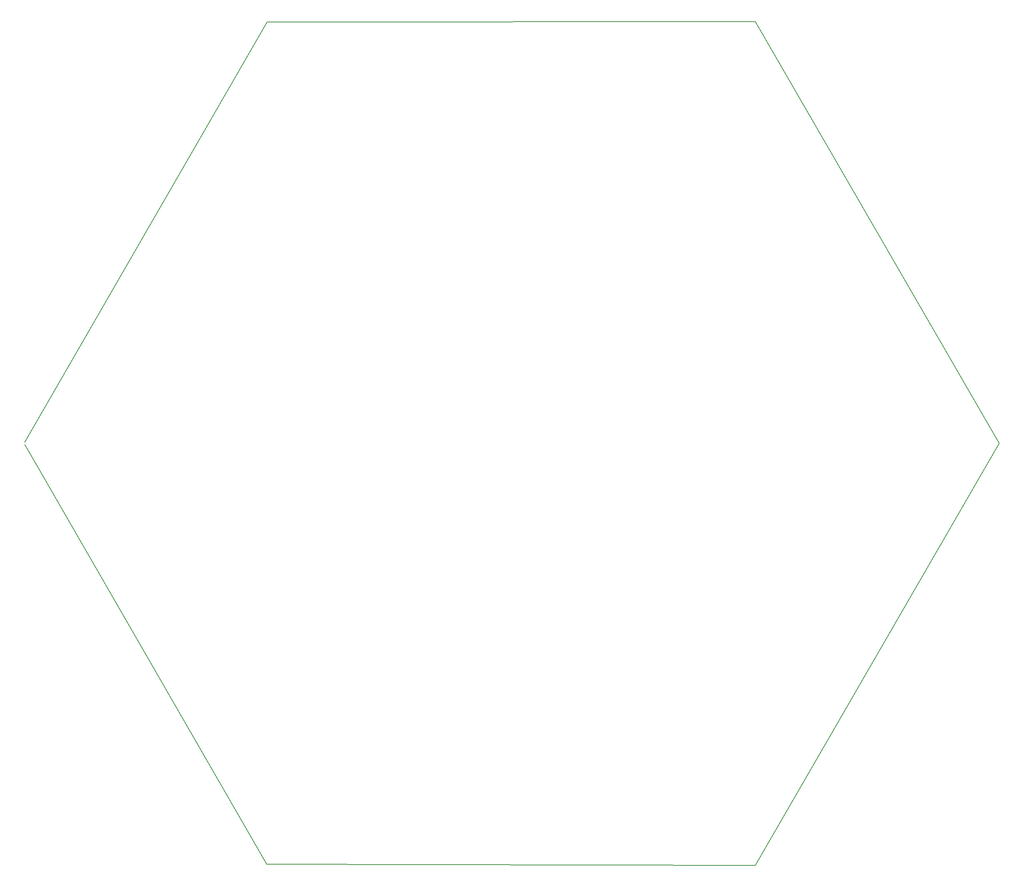
<source format=gbr>
%TF.GenerationSoftware,KiCad,Pcbnew,(2017-07-14 revision 22e95aa)-master*%
%TF.CreationDate,2017-07-25T12:30:54+02:00*%
%TF.ProjectId,spore_antenna,73706F72655F616E74656E6E612E6B69,rev?*%
%TF.SameCoordinates,Original%
%TF.FileFunction,Profile,NP*%
%FSLAX46Y46*%
G04 Gerber Fmt 4.6, Leading zero omitted, Abs format (unit mm)*
G04 Created by KiCad (PCBNEW (2017-07-14 revision 22e95aa)-master) date Tue Jul 25 12:30:54 2017*
%MOMM*%
%LPD*%
G01*
G04 APERTURE LIST*
%ADD10C,0.150000*%
G04 APERTURE END LIST*
D10*
X99050000Y-193000000D02*
X46950000Y-102500000D01*
X204200000Y-193250000D02*
X99050000Y-193000000D01*
X256700000Y-102250000D02*
X204200000Y-193250000D01*
X204200000Y-11400000D02*
X256700000Y-102250000D01*
X99100000Y-11500000D02*
X204200000Y-11400000D01*
X46950000Y-102000000D02*
X99100000Y-11500000D01*
M02*

</source>
